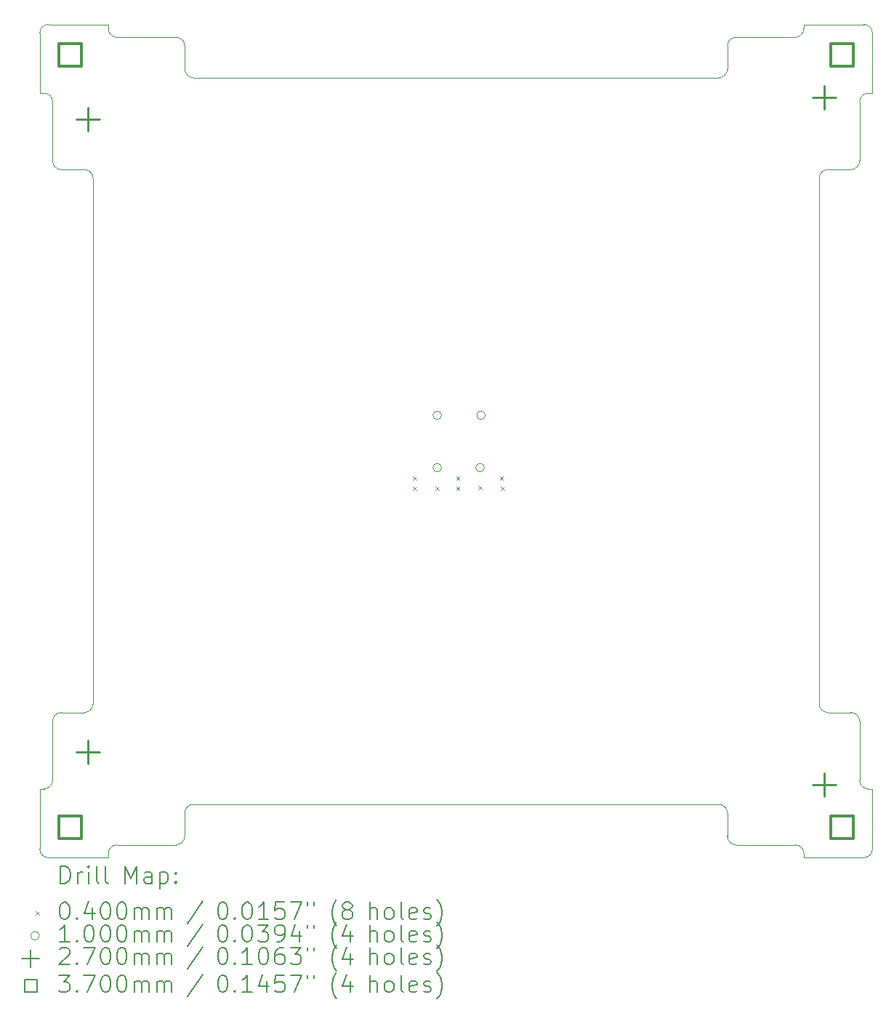
<source format=gbr>
%TF.GenerationSoftware,KiCad,Pcbnew,(7.0.0-0)*%
%TF.CreationDate,2023-03-19T01:13:19-04:00*%
%TF.ProjectId,bottom-adapter,626f7474-6f6d-42d6-9164-61707465722e,3*%
%TF.SameCoordinates,Original*%
%TF.FileFunction,Drillmap*%
%TF.FilePolarity,Positive*%
%FSLAX45Y45*%
G04 Gerber Fmt 4.5, Leading zero omitted, Abs format (unit mm)*
G04 Created by KiCad (PCBNEW (7.0.0-0)) date 2023-03-19 01:13:19*
%MOMM*%
%LPD*%
G01*
G04 APERTURE LIST*
%ADD10C,0.100000*%
%ADD11C,0.200000*%
%ADD12C,0.040000*%
%ADD13C,0.270000*%
%ADD14C,0.370000*%
G04 APERTURE END LIST*
D10*
X7520000Y-13010000D02*
G75*
G03*
X7620000Y-12910000I0J100000D01*
G01*
X7250000Y-13010000D02*
G75*
G03*
X7150000Y-13110000I0J-100000D01*
G01*
X16180000Y-6690000D02*
G75*
G03*
X16080000Y-6790000I0J-100000D01*
G01*
X16700000Y-5800000D02*
X16700000Y-5100000D01*
X16700000Y-5800000D02*
X16650000Y-5800000D01*
X8690000Y-5520000D02*
G75*
G03*
X8790000Y-5620000I100000J0D01*
G01*
X15900000Y-5000000D02*
X16600000Y-5000000D01*
X16550000Y-13800000D02*
G75*
G03*
X16650000Y-13900000I100000J0D01*
G01*
X7000000Y-14600000D02*
G75*
G03*
X7100000Y-14700000I100000J0D01*
G01*
X14910000Y-14080000D02*
X8790000Y-14080000D01*
X16600000Y-14700000D02*
G75*
G03*
X16700000Y-14600000I0J100000D01*
G01*
X7900000Y-14550000D02*
G75*
G03*
X7800000Y-14650000I0J-100000D01*
G01*
X15900000Y-14650000D02*
G75*
G03*
X15800000Y-14550000I-100000J0D01*
G01*
X7000000Y-13900000D02*
X7000000Y-14600000D01*
X16550000Y-13110000D02*
G75*
G03*
X16450000Y-13010000I-100000J0D01*
G01*
X7050000Y-5800000D02*
X7000000Y-5800000D01*
X15010000Y-14180000D02*
X15010000Y-14450000D01*
X8790000Y-5620000D02*
X14910000Y-5620000D01*
X7150000Y-6590000D02*
G75*
G03*
X7250000Y-6690000I100000J0D01*
G01*
X7800000Y-14700000D02*
X7100000Y-14700000D01*
X16600000Y-14700000D02*
X15900000Y-14700000D01*
X16650000Y-13900000D02*
X16700000Y-13900000D01*
X15800000Y-5150000D02*
G75*
G03*
X15900000Y-5050000I0J100000D01*
G01*
X16080000Y-6790000D02*
X16080000Y-12910000D01*
X8590000Y-14550000D02*
X7900000Y-14550000D01*
X7520000Y-13010000D02*
X7250000Y-13010000D01*
X16550000Y-5900000D02*
X16550000Y-6590000D01*
X15010000Y-5520000D02*
X15010000Y-5250000D01*
X14910000Y-5620000D02*
G75*
G03*
X15010000Y-5520000I0J100000D01*
G01*
X8690000Y-14180000D02*
X8690000Y-14450000D01*
X15800000Y-14550000D02*
X15110000Y-14550000D01*
X8790000Y-14080000D02*
G75*
G03*
X8690000Y-14180000I0J-100000D01*
G01*
X7520000Y-6690000D02*
X7250000Y-6690000D01*
X7800000Y-5050000D02*
G75*
G03*
X7900000Y-5150000I100000J0D01*
G01*
X16180000Y-13010000D02*
X16450000Y-13010000D01*
X16700000Y-5100000D02*
G75*
G03*
X16600000Y-5000000I-100000J0D01*
G01*
X7900000Y-5150000D02*
X8590000Y-5150000D01*
X7150000Y-13110000D02*
X7150000Y-13800000D01*
X16180000Y-6690000D02*
X16450000Y-6690000D01*
X15900000Y-5000000D02*
X15900000Y-5050000D01*
X8590000Y-14550000D02*
G75*
G03*
X8690000Y-14450000I0J100000D01*
G01*
X7800000Y-5050000D02*
X7800000Y-5000000D01*
X7000000Y-13900000D02*
X7050000Y-13900000D01*
X7150000Y-5900000D02*
G75*
G03*
X7050000Y-5800000I-100000J0D01*
G01*
X16080000Y-12910000D02*
G75*
G03*
X16180000Y-13010000I100000J0D01*
G01*
X16650000Y-5800000D02*
G75*
G03*
X16550000Y-5900000I0J-100000D01*
G01*
X7620000Y-12910000D02*
X7620000Y-6790000D01*
X8690000Y-5520000D02*
X8690000Y-5250000D01*
X7000000Y-5100000D02*
X7000000Y-5800000D01*
X15800000Y-5150000D02*
X15110000Y-5150000D01*
X7150000Y-5900000D02*
X7150000Y-6590000D01*
X8690000Y-5250000D02*
G75*
G03*
X8590000Y-5150000I-100000J0D01*
G01*
X16450000Y-6690000D02*
G75*
G03*
X16550000Y-6590000I0J100000D01*
G01*
X15010000Y-14180000D02*
G75*
G03*
X14910000Y-14080000I-100000J0D01*
G01*
X15900000Y-14650000D02*
X15900000Y-14700000D01*
X7050000Y-13900000D02*
G75*
G03*
X7150000Y-13800000I0J100000D01*
G01*
X15010000Y-14450000D02*
G75*
G03*
X15110000Y-14550000I100000J0D01*
G01*
X15110000Y-5150000D02*
G75*
G03*
X15010000Y-5250000I0J-100000D01*
G01*
X16550000Y-13110000D02*
X16550000Y-13800000D01*
X7100000Y-5000000D02*
G75*
G03*
X7000000Y-5100000I0J-100000D01*
G01*
X7800000Y-5000000D02*
X7100000Y-5000000D01*
X16700000Y-13900000D02*
X16700000Y-14600000D01*
X7620000Y-6790000D02*
G75*
G03*
X7520000Y-6690000I-100000J0D01*
G01*
X7800000Y-14700000D02*
X7800000Y-14650000D01*
D11*
D12*
X11350000Y-10260000D02*
X11390000Y-10300000D01*
X11390000Y-10260000D02*
X11350000Y-10300000D01*
X11350000Y-10380000D02*
X11390000Y-10420000D01*
X11390000Y-10380000D02*
X11350000Y-10420000D01*
X11610000Y-10380000D02*
X11650000Y-10420000D01*
X11650000Y-10380000D02*
X11610000Y-10420000D01*
X11850000Y-10260000D02*
X11890000Y-10300000D01*
X11890000Y-10260000D02*
X11850000Y-10300000D01*
X11850000Y-10380000D02*
X11890000Y-10420000D01*
X11890000Y-10380000D02*
X11850000Y-10420000D01*
X12110000Y-10370000D02*
X12150000Y-10410000D01*
X12150000Y-10370000D02*
X12110000Y-10410000D01*
X12360000Y-10260000D02*
X12400000Y-10300000D01*
X12400000Y-10260000D02*
X12360000Y-10300000D01*
X12370000Y-10380000D02*
X12410000Y-10420000D01*
X12410000Y-10380000D02*
X12370000Y-10420000D01*
D10*
X11680000Y-9550000D02*
G75*
G03*
X11680000Y-9550000I-50000J0D01*
G01*
X11680000Y-10160000D02*
G75*
G03*
X11680000Y-10160000I-50000J0D01*
G01*
X12180000Y-10160000D02*
G75*
G03*
X12180000Y-10160000I-50000J0D01*
G01*
X12190000Y-9550000D02*
G75*
G03*
X12190000Y-9550000I-50000J0D01*
G01*
D13*
X7563900Y-5968500D02*
X7563900Y-6238500D01*
X7428900Y-6103500D02*
X7698900Y-6103500D01*
X7563900Y-13334500D02*
X7563900Y-13604500D01*
X7428900Y-13469500D02*
X7698900Y-13469500D01*
X16136400Y-5714500D02*
X16136400Y-5984500D01*
X16001400Y-5849500D02*
X16271400Y-5849500D01*
X16136400Y-13715500D02*
X16136400Y-13985500D01*
X16001400Y-13850500D02*
X16271400Y-13850500D01*
D14*
X7485816Y-5485816D02*
X7485816Y-5224184D01*
X7224184Y-5224184D01*
X7224184Y-5485816D01*
X7485816Y-5485816D01*
X7485816Y-14475816D02*
X7485816Y-14214184D01*
X7224184Y-14214184D01*
X7224184Y-14475816D01*
X7485816Y-14475816D01*
X16475816Y-5485816D02*
X16475816Y-5224184D01*
X16214184Y-5224184D01*
X16214184Y-5485816D01*
X16475816Y-5485816D01*
X16475816Y-14475816D02*
X16475816Y-14214184D01*
X16214184Y-14214184D01*
X16214184Y-14475816D01*
X16475816Y-14475816D01*
D11*
X7242619Y-14998476D02*
X7242619Y-14798476D01*
X7242619Y-14798476D02*
X7290238Y-14798476D01*
X7290238Y-14798476D02*
X7318809Y-14808000D01*
X7318809Y-14808000D02*
X7337857Y-14827048D01*
X7337857Y-14827048D02*
X7347381Y-14846095D01*
X7347381Y-14846095D02*
X7356905Y-14884190D01*
X7356905Y-14884190D02*
X7356905Y-14912762D01*
X7356905Y-14912762D02*
X7347381Y-14950857D01*
X7347381Y-14950857D02*
X7337857Y-14969905D01*
X7337857Y-14969905D02*
X7318809Y-14988952D01*
X7318809Y-14988952D02*
X7290238Y-14998476D01*
X7290238Y-14998476D02*
X7242619Y-14998476D01*
X7442619Y-14998476D02*
X7442619Y-14865143D01*
X7442619Y-14903238D02*
X7452143Y-14884190D01*
X7452143Y-14884190D02*
X7461667Y-14874667D01*
X7461667Y-14874667D02*
X7480714Y-14865143D01*
X7480714Y-14865143D02*
X7499762Y-14865143D01*
X7566428Y-14998476D02*
X7566428Y-14865143D01*
X7566428Y-14798476D02*
X7556905Y-14808000D01*
X7556905Y-14808000D02*
X7566428Y-14817524D01*
X7566428Y-14817524D02*
X7575952Y-14808000D01*
X7575952Y-14808000D02*
X7566428Y-14798476D01*
X7566428Y-14798476D02*
X7566428Y-14817524D01*
X7690238Y-14998476D02*
X7671190Y-14988952D01*
X7671190Y-14988952D02*
X7661667Y-14969905D01*
X7661667Y-14969905D02*
X7661667Y-14798476D01*
X7795000Y-14998476D02*
X7775952Y-14988952D01*
X7775952Y-14988952D02*
X7766428Y-14969905D01*
X7766428Y-14969905D02*
X7766428Y-14798476D01*
X7991190Y-14998476D02*
X7991190Y-14798476D01*
X7991190Y-14798476D02*
X8057857Y-14941333D01*
X8057857Y-14941333D02*
X8124524Y-14798476D01*
X8124524Y-14798476D02*
X8124524Y-14998476D01*
X8305476Y-14998476D02*
X8305476Y-14893714D01*
X8305476Y-14893714D02*
X8295952Y-14874667D01*
X8295952Y-14874667D02*
X8276905Y-14865143D01*
X8276905Y-14865143D02*
X8238809Y-14865143D01*
X8238809Y-14865143D02*
X8219762Y-14874667D01*
X8305476Y-14988952D02*
X8286428Y-14998476D01*
X8286428Y-14998476D02*
X8238809Y-14998476D01*
X8238809Y-14998476D02*
X8219762Y-14988952D01*
X8219762Y-14988952D02*
X8210238Y-14969905D01*
X8210238Y-14969905D02*
X8210238Y-14950857D01*
X8210238Y-14950857D02*
X8219762Y-14931809D01*
X8219762Y-14931809D02*
X8238809Y-14922286D01*
X8238809Y-14922286D02*
X8286428Y-14922286D01*
X8286428Y-14922286D02*
X8305476Y-14912762D01*
X8400714Y-14865143D02*
X8400714Y-15065143D01*
X8400714Y-14874667D02*
X8419762Y-14865143D01*
X8419762Y-14865143D02*
X8457857Y-14865143D01*
X8457857Y-14865143D02*
X8476905Y-14874667D01*
X8476905Y-14874667D02*
X8486429Y-14884190D01*
X8486429Y-14884190D02*
X8495952Y-14903238D01*
X8495952Y-14903238D02*
X8495952Y-14960381D01*
X8495952Y-14960381D02*
X8486429Y-14979428D01*
X8486429Y-14979428D02*
X8476905Y-14988952D01*
X8476905Y-14988952D02*
X8457857Y-14998476D01*
X8457857Y-14998476D02*
X8419762Y-14998476D01*
X8419762Y-14998476D02*
X8400714Y-14988952D01*
X8581667Y-14979428D02*
X8591190Y-14988952D01*
X8591190Y-14988952D02*
X8581667Y-14998476D01*
X8581667Y-14998476D02*
X8572143Y-14988952D01*
X8572143Y-14988952D02*
X8581667Y-14979428D01*
X8581667Y-14979428D02*
X8581667Y-14998476D01*
X8581667Y-14874667D02*
X8591190Y-14884190D01*
X8591190Y-14884190D02*
X8581667Y-14893714D01*
X8581667Y-14893714D02*
X8572143Y-14884190D01*
X8572143Y-14884190D02*
X8581667Y-14874667D01*
X8581667Y-14874667D02*
X8581667Y-14893714D01*
D12*
X6955000Y-15325000D02*
X6995000Y-15365000D01*
X6995000Y-15325000D02*
X6955000Y-15365000D01*
D11*
X7280714Y-15218476D02*
X7299762Y-15218476D01*
X7299762Y-15218476D02*
X7318809Y-15228000D01*
X7318809Y-15228000D02*
X7328333Y-15237524D01*
X7328333Y-15237524D02*
X7337857Y-15256571D01*
X7337857Y-15256571D02*
X7347381Y-15294667D01*
X7347381Y-15294667D02*
X7347381Y-15342286D01*
X7347381Y-15342286D02*
X7337857Y-15380381D01*
X7337857Y-15380381D02*
X7328333Y-15399428D01*
X7328333Y-15399428D02*
X7318809Y-15408952D01*
X7318809Y-15408952D02*
X7299762Y-15418476D01*
X7299762Y-15418476D02*
X7280714Y-15418476D01*
X7280714Y-15418476D02*
X7261667Y-15408952D01*
X7261667Y-15408952D02*
X7252143Y-15399428D01*
X7252143Y-15399428D02*
X7242619Y-15380381D01*
X7242619Y-15380381D02*
X7233095Y-15342286D01*
X7233095Y-15342286D02*
X7233095Y-15294667D01*
X7233095Y-15294667D02*
X7242619Y-15256571D01*
X7242619Y-15256571D02*
X7252143Y-15237524D01*
X7252143Y-15237524D02*
X7261667Y-15228000D01*
X7261667Y-15228000D02*
X7280714Y-15218476D01*
X7433095Y-15399428D02*
X7442619Y-15408952D01*
X7442619Y-15408952D02*
X7433095Y-15418476D01*
X7433095Y-15418476D02*
X7423571Y-15408952D01*
X7423571Y-15408952D02*
X7433095Y-15399428D01*
X7433095Y-15399428D02*
X7433095Y-15418476D01*
X7614048Y-15285143D02*
X7614048Y-15418476D01*
X7566428Y-15208952D02*
X7518809Y-15351809D01*
X7518809Y-15351809D02*
X7642619Y-15351809D01*
X7756905Y-15218476D02*
X7775952Y-15218476D01*
X7775952Y-15218476D02*
X7795000Y-15228000D01*
X7795000Y-15228000D02*
X7804524Y-15237524D01*
X7804524Y-15237524D02*
X7814048Y-15256571D01*
X7814048Y-15256571D02*
X7823571Y-15294667D01*
X7823571Y-15294667D02*
X7823571Y-15342286D01*
X7823571Y-15342286D02*
X7814048Y-15380381D01*
X7814048Y-15380381D02*
X7804524Y-15399428D01*
X7804524Y-15399428D02*
X7795000Y-15408952D01*
X7795000Y-15408952D02*
X7775952Y-15418476D01*
X7775952Y-15418476D02*
X7756905Y-15418476D01*
X7756905Y-15418476D02*
X7737857Y-15408952D01*
X7737857Y-15408952D02*
X7728333Y-15399428D01*
X7728333Y-15399428D02*
X7718809Y-15380381D01*
X7718809Y-15380381D02*
X7709286Y-15342286D01*
X7709286Y-15342286D02*
X7709286Y-15294667D01*
X7709286Y-15294667D02*
X7718809Y-15256571D01*
X7718809Y-15256571D02*
X7728333Y-15237524D01*
X7728333Y-15237524D02*
X7737857Y-15228000D01*
X7737857Y-15228000D02*
X7756905Y-15218476D01*
X7947381Y-15218476D02*
X7966429Y-15218476D01*
X7966429Y-15218476D02*
X7985476Y-15228000D01*
X7985476Y-15228000D02*
X7995000Y-15237524D01*
X7995000Y-15237524D02*
X8004524Y-15256571D01*
X8004524Y-15256571D02*
X8014048Y-15294667D01*
X8014048Y-15294667D02*
X8014048Y-15342286D01*
X8014048Y-15342286D02*
X8004524Y-15380381D01*
X8004524Y-15380381D02*
X7995000Y-15399428D01*
X7995000Y-15399428D02*
X7985476Y-15408952D01*
X7985476Y-15408952D02*
X7966429Y-15418476D01*
X7966429Y-15418476D02*
X7947381Y-15418476D01*
X7947381Y-15418476D02*
X7928333Y-15408952D01*
X7928333Y-15408952D02*
X7918809Y-15399428D01*
X7918809Y-15399428D02*
X7909286Y-15380381D01*
X7909286Y-15380381D02*
X7899762Y-15342286D01*
X7899762Y-15342286D02*
X7899762Y-15294667D01*
X7899762Y-15294667D02*
X7909286Y-15256571D01*
X7909286Y-15256571D02*
X7918809Y-15237524D01*
X7918809Y-15237524D02*
X7928333Y-15228000D01*
X7928333Y-15228000D02*
X7947381Y-15218476D01*
X8099762Y-15418476D02*
X8099762Y-15285143D01*
X8099762Y-15304190D02*
X8109286Y-15294667D01*
X8109286Y-15294667D02*
X8128333Y-15285143D01*
X8128333Y-15285143D02*
X8156905Y-15285143D01*
X8156905Y-15285143D02*
X8175952Y-15294667D01*
X8175952Y-15294667D02*
X8185476Y-15313714D01*
X8185476Y-15313714D02*
X8185476Y-15418476D01*
X8185476Y-15313714D02*
X8195000Y-15294667D01*
X8195000Y-15294667D02*
X8214048Y-15285143D01*
X8214048Y-15285143D02*
X8242619Y-15285143D01*
X8242619Y-15285143D02*
X8261667Y-15294667D01*
X8261667Y-15294667D02*
X8271190Y-15313714D01*
X8271190Y-15313714D02*
X8271190Y-15418476D01*
X8366429Y-15418476D02*
X8366429Y-15285143D01*
X8366429Y-15304190D02*
X8375952Y-15294667D01*
X8375952Y-15294667D02*
X8395000Y-15285143D01*
X8395000Y-15285143D02*
X8423572Y-15285143D01*
X8423572Y-15285143D02*
X8442619Y-15294667D01*
X8442619Y-15294667D02*
X8452143Y-15313714D01*
X8452143Y-15313714D02*
X8452143Y-15418476D01*
X8452143Y-15313714D02*
X8461667Y-15294667D01*
X8461667Y-15294667D02*
X8480714Y-15285143D01*
X8480714Y-15285143D02*
X8509286Y-15285143D01*
X8509286Y-15285143D02*
X8528333Y-15294667D01*
X8528333Y-15294667D02*
X8537857Y-15313714D01*
X8537857Y-15313714D02*
X8537857Y-15418476D01*
X8895952Y-15208952D02*
X8724524Y-15466095D01*
X9120714Y-15218476D02*
X9139762Y-15218476D01*
X9139762Y-15218476D02*
X9158810Y-15228000D01*
X9158810Y-15228000D02*
X9168333Y-15237524D01*
X9168333Y-15237524D02*
X9177857Y-15256571D01*
X9177857Y-15256571D02*
X9187381Y-15294667D01*
X9187381Y-15294667D02*
X9187381Y-15342286D01*
X9187381Y-15342286D02*
X9177857Y-15380381D01*
X9177857Y-15380381D02*
X9168333Y-15399428D01*
X9168333Y-15399428D02*
X9158810Y-15408952D01*
X9158810Y-15408952D02*
X9139762Y-15418476D01*
X9139762Y-15418476D02*
X9120714Y-15418476D01*
X9120714Y-15418476D02*
X9101667Y-15408952D01*
X9101667Y-15408952D02*
X9092143Y-15399428D01*
X9092143Y-15399428D02*
X9082619Y-15380381D01*
X9082619Y-15380381D02*
X9073095Y-15342286D01*
X9073095Y-15342286D02*
X9073095Y-15294667D01*
X9073095Y-15294667D02*
X9082619Y-15256571D01*
X9082619Y-15256571D02*
X9092143Y-15237524D01*
X9092143Y-15237524D02*
X9101667Y-15228000D01*
X9101667Y-15228000D02*
X9120714Y-15218476D01*
X9273095Y-15399428D02*
X9282619Y-15408952D01*
X9282619Y-15408952D02*
X9273095Y-15418476D01*
X9273095Y-15418476D02*
X9263572Y-15408952D01*
X9263572Y-15408952D02*
X9273095Y-15399428D01*
X9273095Y-15399428D02*
X9273095Y-15418476D01*
X9406429Y-15218476D02*
X9425476Y-15218476D01*
X9425476Y-15218476D02*
X9444524Y-15228000D01*
X9444524Y-15228000D02*
X9454048Y-15237524D01*
X9454048Y-15237524D02*
X9463572Y-15256571D01*
X9463572Y-15256571D02*
X9473095Y-15294667D01*
X9473095Y-15294667D02*
X9473095Y-15342286D01*
X9473095Y-15342286D02*
X9463572Y-15380381D01*
X9463572Y-15380381D02*
X9454048Y-15399428D01*
X9454048Y-15399428D02*
X9444524Y-15408952D01*
X9444524Y-15408952D02*
X9425476Y-15418476D01*
X9425476Y-15418476D02*
X9406429Y-15418476D01*
X9406429Y-15418476D02*
X9387381Y-15408952D01*
X9387381Y-15408952D02*
X9377857Y-15399428D01*
X9377857Y-15399428D02*
X9368333Y-15380381D01*
X9368333Y-15380381D02*
X9358810Y-15342286D01*
X9358810Y-15342286D02*
X9358810Y-15294667D01*
X9358810Y-15294667D02*
X9368333Y-15256571D01*
X9368333Y-15256571D02*
X9377857Y-15237524D01*
X9377857Y-15237524D02*
X9387381Y-15228000D01*
X9387381Y-15228000D02*
X9406429Y-15218476D01*
X9663572Y-15418476D02*
X9549286Y-15418476D01*
X9606429Y-15418476D02*
X9606429Y-15218476D01*
X9606429Y-15218476D02*
X9587381Y-15247048D01*
X9587381Y-15247048D02*
X9568333Y-15266095D01*
X9568333Y-15266095D02*
X9549286Y-15275619D01*
X9844524Y-15218476D02*
X9749286Y-15218476D01*
X9749286Y-15218476D02*
X9739762Y-15313714D01*
X9739762Y-15313714D02*
X9749286Y-15304190D01*
X9749286Y-15304190D02*
X9768333Y-15294667D01*
X9768333Y-15294667D02*
X9815953Y-15294667D01*
X9815953Y-15294667D02*
X9835000Y-15304190D01*
X9835000Y-15304190D02*
X9844524Y-15313714D01*
X9844524Y-15313714D02*
X9854048Y-15332762D01*
X9854048Y-15332762D02*
X9854048Y-15380381D01*
X9854048Y-15380381D02*
X9844524Y-15399428D01*
X9844524Y-15399428D02*
X9835000Y-15408952D01*
X9835000Y-15408952D02*
X9815953Y-15418476D01*
X9815953Y-15418476D02*
X9768333Y-15418476D01*
X9768333Y-15418476D02*
X9749286Y-15408952D01*
X9749286Y-15408952D02*
X9739762Y-15399428D01*
X9920714Y-15218476D02*
X10054048Y-15218476D01*
X10054048Y-15218476D02*
X9968333Y-15418476D01*
X10120714Y-15218476D02*
X10120714Y-15256571D01*
X10196905Y-15218476D02*
X10196905Y-15256571D01*
X10459762Y-15494667D02*
X10450238Y-15485143D01*
X10450238Y-15485143D02*
X10431191Y-15456571D01*
X10431191Y-15456571D02*
X10421667Y-15437524D01*
X10421667Y-15437524D02*
X10412143Y-15408952D01*
X10412143Y-15408952D02*
X10402619Y-15361333D01*
X10402619Y-15361333D02*
X10402619Y-15323238D01*
X10402619Y-15323238D02*
X10412143Y-15275619D01*
X10412143Y-15275619D02*
X10421667Y-15247048D01*
X10421667Y-15247048D02*
X10431191Y-15228000D01*
X10431191Y-15228000D02*
X10450238Y-15199428D01*
X10450238Y-15199428D02*
X10459762Y-15189905D01*
X10564524Y-15304190D02*
X10545476Y-15294667D01*
X10545476Y-15294667D02*
X10535953Y-15285143D01*
X10535953Y-15285143D02*
X10526429Y-15266095D01*
X10526429Y-15266095D02*
X10526429Y-15256571D01*
X10526429Y-15256571D02*
X10535953Y-15237524D01*
X10535953Y-15237524D02*
X10545476Y-15228000D01*
X10545476Y-15228000D02*
X10564524Y-15218476D01*
X10564524Y-15218476D02*
X10602619Y-15218476D01*
X10602619Y-15218476D02*
X10621667Y-15228000D01*
X10621667Y-15228000D02*
X10631191Y-15237524D01*
X10631191Y-15237524D02*
X10640714Y-15256571D01*
X10640714Y-15256571D02*
X10640714Y-15266095D01*
X10640714Y-15266095D02*
X10631191Y-15285143D01*
X10631191Y-15285143D02*
X10621667Y-15294667D01*
X10621667Y-15294667D02*
X10602619Y-15304190D01*
X10602619Y-15304190D02*
X10564524Y-15304190D01*
X10564524Y-15304190D02*
X10545476Y-15313714D01*
X10545476Y-15313714D02*
X10535953Y-15323238D01*
X10535953Y-15323238D02*
X10526429Y-15342286D01*
X10526429Y-15342286D02*
X10526429Y-15380381D01*
X10526429Y-15380381D02*
X10535953Y-15399428D01*
X10535953Y-15399428D02*
X10545476Y-15408952D01*
X10545476Y-15408952D02*
X10564524Y-15418476D01*
X10564524Y-15418476D02*
X10602619Y-15418476D01*
X10602619Y-15418476D02*
X10621667Y-15408952D01*
X10621667Y-15408952D02*
X10631191Y-15399428D01*
X10631191Y-15399428D02*
X10640714Y-15380381D01*
X10640714Y-15380381D02*
X10640714Y-15342286D01*
X10640714Y-15342286D02*
X10631191Y-15323238D01*
X10631191Y-15323238D02*
X10621667Y-15313714D01*
X10621667Y-15313714D02*
X10602619Y-15304190D01*
X10846429Y-15418476D02*
X10846429Y-15218476D01*
X10932143Y-15418476D02*
X10932143Y-15313714D01*
X10932143Y-15313714D02*
X10922619Y-15294667D01*
X10922619Y-15294667D02*
X10903572Y-15285143D01*
X10903572Y-15285143D02*
X10875000Y-15285143D01*
X10875000Y-15285143D02*
X10855953Y-15294667D01*
X10855953Y-15294667D02*
X10846429Y-15304190D01*
X11055953Y-15418476D02*
X11036905Y-15408952D01*
X11036905Y-15408952D02*
X11027381Y-15399428D01*
X11027381Y-15399428D02*
X11017857Y-15380381D01*
X11017857Y-15380381D02*
X11017857Y-15323238D01*
X11017857Y-15323238D02*
X11027381Y-15304190D01*
X11027381Y-15304190D02*
X11036905Y-15294667D01*
X11036905Y-15294667D02*
X11055953Y-15285143D01*
X11055953Y-15285143D02*
X11084524Y-15285143D01*
X11084524Y-15285143D02*
X11103572Y-15294667D01*
X11103572Y-15294667D02*
X11113095Y-15304190D01*
X11113095Y-15304190D02*
X11122619Y-15323238D01*
X11122619Y-15323238D02*
X11122619Y-15380381D01*
X11122619Y-15380381D02*
X11113095Y-15399428D01*
X11113095Y-15399428D02*
X11103572Y-15408952D01*
X11103572Y-15408952D02*
X11084524Y-15418476D01*
X11084524Y-15418476D02*
X11055953Y-15418476D01*
X11236905Y-15418476D02*
X11217857Y-15408952D01*
X11217857Y-15408952D02*
X11208333Y-15389905D01*
X11208333Y-15389905D02*
X11208333Y-15218476D01*
X11389286Y-15408952D02*
X11370238Y-15418476D01*
X11370238Y-15418476D02*
X11332143Y-15418476D01*
X11332143Y-15418476D02*
X11313095Y-15408952D01*
X11313095Y-15408952D02*
X11303572Y-15389905D01*
X11303572Y-15389905D02*
X11303572Y-15313714D01*
X11303572Y-15313714D02*
X11313095Y-15294667D01*
X11313095Y-15294667D02*
X11332143Y-15285143D01*
X11332143Y-15285143D02*
X11370238Y-15285143D01*
X11370238Y-15285143D02*
X11389286Y-15294667D01*
X11389286Y-15294667D02*
X11398810Y-15313714D01*
X11398810Y-15313714D02*
X11398810Y-15332762D01*
X11398810Y-15332762D02*
X11303572Y-15351809D01*
X11475000Y-15408952D02*
X11494048Y-15418476D01*
X11494048Y-15418476D02*
X11532143Y-15418476D01*
X11532143Y-15418476D02*
X11551191Y-15408952D01*
X11551191Y-15408952D02*
X11560714Y-15389905D01*
X11560714Y-15389905D02*
X11560714Y-15380381D01*
X11560714Y-15380381D02*
X11551191Y-15361333D01*
X11551191Y-15361333D02*
X11532143Y-15351809D01*
X11532143Y-15351809D02*
X11503572Y-15351809D01*
X11503572Y-15351809D02*
X11484524Y-15342286D01*
X11484524Y-15342286D02*
X11475000Y-15323238D01*
X11475000Y-15323238D02*
X11475000Y-15313714D01*
X11475000Y-15313714D02*
X11484524Y-15294667D01*
X11484524Y-15294667D02*
X11503572Y-15285143D01*
X11503572Y-15285143D02*
X11532143Y-15285143D01*
X11532143Y-15285143D02*
X11551191Y-15294667D01*
X11627381Y-15494667D02*
X11636905Y-15485143D01*
X11636905Y-15485143D02*
X11655953Y-15456571D01*
X11655953Y-15456571D02*
X11665476Y-15437524D01*
X11665476Y-15437524D02*
X11675000Y-15408952D01*
X11675000Y-15408952D02*
X11684524Y-15361333D01*
X11684524Y-15361333D02*
X11684524Y-15323238D01*
X11684524Y-15323238D02*
X11675000Y-15275619D01*
X11675000Y-15275619D02*
X11665476Y-15247048D01*
X11665476Y-15247048D02*
X11655953Y-15228000D01*
X11655953Y-15228000D02*
X11636905Y-15199428D01*
X11636905Y-15199428D02*
X11627381Y-15189905D01*
D10*
X6995000Y-15609000D02*
G75*
G03*
X6995000Y-15609000I-50000J0D01*
G01*
D11*
X7347381Y-15682476D02*
X7233095Y-15682476D01*
X7290238Y-15682476D02*
X7290238Y-15482476D01*
X7290238Y-15482476D02*
X7271190Y-15511048D01*
X7271190Y-15511048D02*
X7252143Y-15530095D01*
X7252143Y-15530095D02*
X7233095Y-15539619D01*
X7433095Y-15663428D02*
X7442619Y-15672952D01*
X7442619Y-15672952D02*
X7433095Y-15682476D01*
X7433095Y-15682476D02*
X7423571Y-15672952D01*
X7423571Y-15672952D02*
X7433095Y-15663428D01*
X7433095Y-15663428D02*
X7433095Y-15682476D01*
X7566428Y-15482476D02*
X7585476Y-15482476D01*
X7585476Y-15482476D02*
X7604524Y-15492000D01*
X7604524Y-15492000D02*
X7614048Y-15501524D01*
X7614048Y-15501524D02*
X7623571Y-15520571D01*
X7623571Y-15520571D02*
X7633095Y-15558667D01*
X7633095Y-15558667D02*
X7633095Y-15606286D01*
X7633095Y-15606286D02*
X7623571Y-15644381D01*
X7623571Y-15644381D02*
X7614048Y-15663428D01*
X7614048Y-15663428D02*
X7604524Y-15672952D01*
X7604524Y-15672952D02*
X7585476Y-15682476D01*
X7585476Y-15682476D02*
X7566428Y-15682476D01*
X7566428Y-15682476D02*
X7547381Y-15672952D01*
X7547381Y-15672952D02*
X7537857Y-15663428D01*
X7537857Y-15663428D02*
X7528333Y-15644381D01*
X7528333Y-15644381D02*
X7518809Y-15606286D01*
X7518809Y-15606286D02*
X7518809Y-15558667D01*
X7518809Y-15558667D02*
X7528333Y-15520571D01*
X7528333Y-15520571D02*
X7537857Y-15501524D01*
X7537857Y-15501524D02*
X7547381Y-15492000D01*
X7547381Y-15492000D02*
X7566428Y-15482476D01*
X7756905Y-15482476D02*
X7775952Y-15482476D01*
X7775952Y-15482476D02*
X7795000Y-15492000D01*
X7795000Y-15492000D02*
X7804524Y-15501524D01*
X7804524Y-15501524D02*
X7814048Y-15520571D01*
X7814048Y-15520571D02*
X7823571Y-15558667D01*
X7823571Y-15558667D02*
X7823571Y-15606286D01*
X7823571Y-15606286D02*
X7814048Y-15644381D01*
X7814048Y-15644381D02*
X7804524Y-15663428D01*
X7804524Y-15663428D02*
X7795000Y-15672952D01*
X7795000Y-15672952D02*
X7775952Y-15682476D01*
X7775952Y-15682476D02*
X7756905Y-15682476D01*
X7756905Y-15682476D02*
X7737857Y-15672952D01*
X7737857Y-15672952D02*
X7728333Y-15663428D01*
X7728333Y-15663428D02*
X7718809Y-15644381D01*
X7718809Y-15644381D02*
X7709286Y-15606286D01*
X7709286Y-15606286D02*
X7709286Y-15558667D01*
X7709286Y-15558667D02*
X7718809Y-15520571D01*
X7718809Y-15520571D02*
X7728333Y-15501524D01*
X7728333Y-15501524D02*
X7737857Y-15492000D01*
X7737857Y-15492000D02*
X7756905Y-15482476D01*
X7947381Y-15482476D02*
X7966429Y-15482476D01*
X7966429Y-15482476D02*
X7985476Y-15492000D01*
X7985476Y-15492000D02*
X7995000Y-15501524D01*
X7995000Y-15501524D02*
X8004524Y-15520571D01*
X8004524Y-15520571D02*
X8014048Y-15558667D01*
X8014048Y-15558667D02*
X8014048Y-15606286D01*
X8014048Y-15606286D02*
X8004524Y-15644381D01*
X8004524Y-15644381D02*
X7995000Y-15663428D01*
X7995000Y-15663428D02*
X7985476Y-15672952D01*
X7985476Y-15672952D02*
X7966429Y-15682476D01*
X7966429Y-15682476D02*
X7947381Y-15682476D01*
X7947381Y-15682476D02*
X7928333Y-15672952D01*
X7928333Y-15672952D02*
X7918809Y-15663428D01*
X7918809Y-15663428D02*
X7909286Y-15644381D01*
X7909286Y-15644381D02*
X7899762Y-15606286D01*
X7899762Y-15606286D02*
X7899762Y-15558667D01*
X7899762Y-15558667D02*
X7909286Y-15520571D01*
X7909286Y-15520571D02*
X7918809Y-15501524D01*
X7918809Y-15501524D02*
X7928333Y-15492000D01*
X7928333Y-15492000D02*
X7947381Y-15482476D01*
X8099762Y-15682476D02*
X8099762Y-15549143D01*
X8099762Y-15568190D02*
X8109286Y-15558667D01*
X8109286Y-15558667D02*
X8128333Y-15549143D01*
X8128333Y-15549143D02*
X8156905Y-15549143D01*
X8156905Y-15549143D02*
X8175952Y-15558667D01*
X8175952Y-15558667D02*
X8185476Y-15577714D01*
X8185476Y-15577714D02*
X8185476Y-15682476D01*
X8185476Y-15577714D02*
X8195000Y-15558667D01*
X8195000Y-15558667D02*
X8214048Y-15549143D01*
X8214048Y-15549143D02*
X8242619Y-15549143D01*
X8242619Y-15549143D02*
X8261667Y-15558667D01*
X8261667Y-15558667D02*
X8271190Y-15577714D01*
X8271190Y-15577714D02*
X8271190Y-15682476D01*
X8366429Y-15682476D02*
X8366429Y-15549143D01*
X8366429Y-15568190D02*
X8375952Y-15558667D01*
X8375952Y-15558667D02*
X8395000Y-15549143D01*
X8395000Y-15549143D02*
X8423572Y-15549143D01*
X8423572Y-15549143D02*
X8442619Y-15558667D01*
X8442619Y-15558667D02*
X8452143Y-15577714D01*
X8452143Y-15577714D02*
X8452143Y-15682476D01*
X8452143Y-15577714D02*
X8461667Y-15558667D01*
X8461667Y-15558667D02*
X8480714Y-15549143D01*
X8480714Y-15549143D02*
X8509286Y-15549143D01*
X8509286Y-15549143D02*
X8528333Y-15558667D01*
X8528333Y-15558667D02*
X8537857Y-15577714D01*
X8537857Y-15577714D02*
X8537857Y-15682476D01*
X8895952Y-15472952D02*
X8724524Y-15730095D01*
X9120714Y-15482476D02*
X9139762Y-15482476D01*
X9139762Y-15482476D02*
X9158810Y-15492000D01*
X9158810Y-15492000D02*
X9168333Y-15501524D01*
X9168333Y-15501524D02*
X9177857Y-15520571D01*
X9177857Y-15520571D02*
X9187381Y-15558667D01*
X9187381Y-15558667D02*
X9187381Y-15606286D01*
X9187381Y-15606286D02*
X9177857Y-15644381D01*
X9177857Y-15644381D02*
X9168333Y-15663428D01*
X9168333Y-15663428D02*
X9158810Y-15672952D01*
X9158810Y-15672952D02*
X9139762Y-15682476D01*
X9139762Y-15682476D02*
X9120714Y-15682476D01*
X9120714Y-15682476D02*
X9101667Y-15672952D01*
X9101667Y-15672952D02*
X9092143Y-15663428D01*
X9092143Y-15663428D02*
X9082619Y-15644381D01*
X9082619Y-15644381D02*
X9073095Y-15606286D01*
X9073095Y-15606286D02*
X9073095Y-15558667D01*
X9073095Y-15558667D02*
X9082619Y-15520571D01*
X9082619Y-15520571D02*
X9092143Y-15501524D01*
X9092143Y-15501524D02*
X9101667Y-15492000D01*
X9101667Y-15492000D02*
X9120714Y-15482476D01*
X9273095Y-15663428D02*
X9282619Y-15672952D01*
X9282619Y-15672952D02*
X9273095Y-15682476D01*
X9273095Y-15682476D02*
X9263572Y-15672952D01*
X9263572Y-15672952D02*
X9273095Y-15663428D01*
X9273095Y-15663428D02*
X9273095Y-15682476D01*
X9406429Y-15482476D02*
X9425476Y-15482476D01*
X9425476Y-15482476D02*
X9444524Y-15492000D01*
X9444524Y-15492000D02*
X9454048Y-15501524D01*
X9454048Y-15501524D02*
X9463572Y-15520571D01*
X9463572Y-15520571D02*
X9473095Y-15558667D01*
X9473095Y-15558667D02*
X9473095Y-15606286D01*
X9473095Y-15606286D02*
X9463572Y-15644381D01*
X9463572Y-15644381D02*
X9454048Y-15663428D01*
X9454048Y-15663428D02*
X9444524Y-15672952D01*
X9444524Y-15672952D02*
X9425476Y-15682476D01*
X9425476Y-15682476D02*
X9406429Y-15682476D01*
X9406429Y-15682476D02*
X9387381Y-15672952D01*
X9387381Y-15672952D02*
X9377857Y-15663428D01*
X9377857Y-15663428D02*
X9368333Y-15644381D01*
X9368333Y-15644381D02*
X9358810Y-15606286D01*
X9358810Y-15606286D02*
X9358810Y-15558667D01*
X9358810Y-15558667D02*
X9368333Y-15520571D01*
X9368333Y-15520571D02*
X9377857Y-15501524D01*
X9377857Y-15501524D02*
X9387381Y-15492000D01*
X9387381Y-15492000D02*
X9406429Y-15482476D01*
X9539762Y-15482476D02*
X9663572Y-15482476D01*
X9663572Y-15482476D02*
X9596905Y-15558667D01*
X9596905Y-15558667D02*
X9625476Y-15558667D01*
X9625476Y-15558667D02*
X9644524Y-15568190D01*
X9644524Y-15568190D02*
X9654048Y-15577714D01*
X9654048Y-15577714D02*
X9663572Y-15596762D01*
X9663572Y-15596762D02*
X9663572Y-15644381D01*
X9663572Y-15644381D02*
X9654048Y-15663428D01*
X9654048Y-15663428D02*
X9644524Y-15672952D01*
X9644524Y-15672952D02*
X9625476Y-15682476D01*
X9625476Y-15682476D02*
X9568333Y-15682476D01*
X9568333Y-15682476D02*
X9549286Y-15672952D01*
X9549286Y-15672952D02*
X9539762Y-15663428D01*
X9758810Y-15682476D02*
X9796905Y-15682476D01*
X9796905Y-15682476D02*
X9815953Y-15672952D01*
X9815953Y-15672952D02*
X9825476Y-15663428D01*
X9825476Y-15663428D02*
X9844524Y-15634857D01*
X9844524Y-15634857D02*
X9854048Y-15596762D01*
X9854048Y-15596762D02*
X9854048Y-15520571D01*
X9854048Y-15520571D02*
X9844524Y-15501524D01*
X9844524Y-15501524D02*
X9835000Y-15492000D01*
X9835000Y-15492000D02*
X9815953Y-15482476D01*
X9815953Y-15482476D02*
X9777857Y-15482476D01*
X9777857Y-15482476D02*
X9758810Y-15492000D01*
X9758810Y-15492000D02*
X9749286Y-15501524D01*
X9749286Y-15501524D02*
X9739762Y-15520571D01*
X9739762Y-15520571D02*
X9739762Y-15568190D01*
X9739762Y-15568190D02*
X9749286Y-15587238D01*
X9749286Y-15587238D02*
X9758810Y-15596762D01*
X9758810Y-15596762D02*
X9777857Y-15606286D01*
X9777857Y-15606286D02*
X9815953Y-15606286D01*
X9815953Y-15606286D02*
X9835000Y-15596762D01*
X9835000Y-15596762D02*
X9844524Y-15587238D01*
X9844524Y-15587238D02*
X9854048Y-15568190D01*
X10025476Y-15549143D02*
X10025476Y-15682476D01*
X9977857Y-15472952D02*
X9930238Y-15615809D01*
X9930238Y-15615809D02*
X10054048Y-15615809D01*
X10120714Y-15482476D02*
X10120714Y-15520571D01*
X10196905Y-15482476D02*
X10196905Y-15520571D01*
X10459762Y-15758667D02*
X10450238Y-15749143D01*
X10450238Y-15749143D02*
X10431191Y-15720571D01*
X10431191Y-15720571D02*
X10421667Y-15701524D01*
X10421667Y-15701524D02*
X10412143Y-15672952D01*
X10412143Y-15672952D02*
X10402619Y-15625333D01*
X10402619Y-15625333D02*
X10402619Y-15587238D01*
X10402619Y-15587238D02*
X10412143Y-15539619D01*
X10412143Y-15539619D02*
X10421667Y-15511048D01*
X10421667Y-15511048D02*
X10431191Y-15492000D01*
X10431191Y-15492000D02*
X10450238Y-15463428D01*
X10450238Y-15463428D02*
X10459762Y-15453905D01*
X10621667Y-15549143D02*
X10621667Y-15682476D01*
X10574048Y-15472952D02*
X10526429Y-15615809D01*
X10526429Y-15615809D02*
X10650238Y-15615809D01*
X10846429Y-15682476D02*
X10846429Y-15482476D01*
X10932143Y-15682476D02*
X10932143Y-15577714D01*
X10932143Y-15577714D02*
X10922619Y-15558667D01*
X10922619Y-15558667D02*
X10903572Y-15549143D01*
X10903572Y-15549143D02*
X10875000Y-15549143D01*
X10875000Y-15549143D02*
X10855953Y-15558667D01*
X10855953Y-15558667D02*
X10846429Y-15568190D01*
X11055953Y-15682476D02*
X11036905Y-15672952D01*
X11036905Y-15672952D02*
X11027381Y-15663428D01*
X11027381Y-15663428D02*
X11017857Y-15644381D01*
X11017857Y-15644381D02*
X11017857Y-15587238D01*
X11017857Y-15587238D02*
X11027381Y-15568190D01*
X11027381Y-15568190D02*
X11036905Y-15558667D01*
X11036905Y-15558667D02*
X11055953Y-15549143D01*
X11055953Y-15549143D02*
X11084524Y-15549143D01*
X11084524Y-15549143D02*
X11103572Y-15558667D01*
X11103572Y-15558667D02*
X11113095Y-15568190D01*
X11113095Y-15568190D02*
X11122619Y-15587238D01*
X11122619Y-15587238D02*
X11122619Y-15644381D01*
X11122619Y-15644381D02*
X11113095Y-15663428D01*
X11113095Y-15663428D02*
X11103572Y-15672952D01*
X11103572Y-15672952D02*
X11084524Y-15682476D01*
X11084524Y-15682476D02*
X11055953Y-15682476D01*
X11236905Y-15682476D02*
X11217857Y-15672952D01*
X11217857Y-15672952D02*
X11208333Y-15653905D01*
X11208333Y-15653905D02*
X11208333Y-15482476D01*
X11389286Y-15672952D02*
X11370238Y-15682476D01*
X11370238Y-15682476D02*
X11332143Y-15682476D01*
X11332143Y-15682476D02*
X11313095Y-15672952D01*
X11313095Y-15672952D02*
X11303572Y-15653905D01*
X11303572Y-15653905D02*
X11303572Y-15577714D01*
X11303572Y-15577714D02*
X11313095Y-15558667D01*
X11313095Y-15558667D02*
X11332143Y-15549143D01*
X11332143Y-15549143D02*
X11370238Y-15549143D01*
X11370238Y-15549143D02*
X11389286Y-15558667D01*
X11389286Y-15558667D02*
X11398810Y-15577714D01*
X11398810Y-15577714D02*
X11398810Y-15596762D01*
X11398810Y-15596762D02*
X11303572Y-15615809D01*
X11475000Y-15672952D02*
X11494048Y-15682476D01*
X11494048Y-15682476D02*
X11532143Y-15682476D01*
X11532143Y-15682476D02*
X11551191Y-15672952D01*
X11551191Y-15672952D02*
X11560714Y-15653905D01*
X11560714Y-15653905D02*
X11560714Y-15644381D01*
X11560714Y-15644381D02*
X11551191Y-15625333D01*
X11551191Y-15625333D02*
X11532143Y-15615809D01*
X11532143Y-15615809D02*
X11503572Y-15615809D01*
X11503572Y-15615809D02*
X11484524Y-15606286D01*
X11484524Y-15606286D02*
X11475000Y-15587238D01*
X11475000Y-15587238D02*
X11475000Y-15577714D01*
X11475000Y-15577714D02*
X11484524Y-15558667D01*
X11484524Y-15558667D02*
X11503572Y-15549143D01*
X11503572Y-15549143D02*
X11532143Y-15549143D01*
X11532143Y-15549143D02*
X11551191Y-15558667D01*
X11627381Y-15758667D02*
X11636905Y-15749143D01*
X11636905Y-15749143D02*
X11655953Y-15720571D01*
X11655953Y-15720571D02*
X11665476Y-15701524D01*
X11665476Y-15701524D02*
X11675000Y-15672952D01*
X11675000Y-15672952D02*
X11684524Y-15625333D01*
X11684524Y-15625333D02*
X11684524Y-15587238D01*
X11684524Y-15587238D02*
X11675000Y-15539619D01*
X11675000Y-15539619D02*
X11665476Y-15511048D01*
X11665476Y-15511048D02*
X11655953Y-15492000D01*
X11655953Y-15492000D02*
X11636905Y-15463428D01*
X11636905Y-15463428D02*
X11627381Y-15453905D01*
X6895000Y-15773000D02*
X6895000Y-15973000D01*
X6795000Y-15873000D02*
X6995000Y-15873000D01*
X7233095Y-15765524D02*
X7242619Y-15756000D01*
X7242619Y-15756000D02*
X7261667Y-15746476D01*
X7261667Y-15746476D02*
X7309286Y-15746476D01*
X7309286Y-15746476D02*
X7328333Y-15756000D01*
X7328333Y-15756000D02*
X7337857Y-15765524D01*
X7337857Y-15765524D02*
X7347381Y-15784571D01*
X7347381Y-15784571D02*
X7347381Y-15803619D01*
X7347381Y-15803619D02*
X7337857Y-15832190D01*
X7337857Y-15832190D02*
X7223571Y-15946476D01*
X7223571Y-15946476D02*
X7347381Y-15946476D01*
X7433095Y-15927428D02*
X7442619Y-15936952D01*
X7442619Y-15936952D02*
X7433095Y-15946476D01*
X7433095Y-15946476D02*
X7423571Y-15936952D01*
X7423571Y-15936952D02*
X7433095Y-15927428D01*
X7433095Y-15927428D02*
X7433095Y-15946476D01*
X7509286Y-15746476D02*
X7642619Y-15746476D01*
X7642619Y-15746476D02*
X7556905Y-15946476D01*
X7756905Y-15746476D02*
X7775952Y-15746476D01*
X7775952Y-15746476D02*
X7795000Y-15756000D01*
X7795000Y-15756000D02*
X7804524Y-15765524D01*
X7804524Y-15765524D02*
X7814048Y-15784571D01*
X7814048Y-15784571D02*
X7823571Y-15822667D01*
X7823571Y-15822667D02*
X7823571Y-15870286D01*
X7823571Y-15870286D02*
X7814048Y-15908381D01*
X7814048Y-15908381D02*
X7804524Y-15927428D01*
X7804524Y-15927428D02*
X7795000Y-15936952D01*
X7795000Y-15936952D02*
X7775952Y-15946476D01*
X7775952Y-15946476D02*
X7756905Y-15946476D01*
X7756905Y-15946476D02*
X7737857Y-15936952D01*
X7737857Y-15936952D02*
X7728333Y-15927428D01*
X7728333Y-15927428D02*
X7718809Y-15908381D01*
X7718809Y-15908381D02*
X7709286Y-15870286D01*
X7709286Y-15870286D02*
X7709286Y-15822667D01*
X7709286Y-15822667D02*
X7718809Y-15784571D01*
X7718809Y-15784571D02*
X7728333Y-15765524D01*
X7728333Y-15765524D02*
X7737857Y-15756000D01*
X7737857Y-15756000D02*
X7756905Y-15746476D01*
X7947381Y-15746476D02*
X7966429Y-15746476D01*
X7966429Y-15746476D02*
X7985476Y-15756000D01*
X7985476Y-15756000D02*
X7995000Y-15765524D01*
X7995000Y-15765524D02*
X8004524Y-15784571D01*
X8004524Y-15784571D02*
X8014048Y-15822667D01*
X8014048Y-15822667D02*
X8014048Y-15870286D01*
X8014048Y-15870286D02*
X8004524Y-15908381D01*
X8004524Y-15908381D02*
X7995000Y-15927428D01*
X7995000Y-15927428D02*
X7985476Y-15936952D01*
X7985476Y-15936952D02*
X7966429Y-15946476D01*
X7966429Y-15946476D02*
X7947381Y-15946476D01*
X7947381Y-15946476D02*
X7928333Y-15936952D01*
X7928333Y-15936952D02*
X7918809Y-15927428D01*
X7918809Y-15927428D02*
X7909286Y-15908381D01*
X7909286Y-15908381D02*
X7899762Y-15870286D01*
X7899762Y-15870286D02*
X7899762Y-15822667D01*
X7899762Y-15822667D02*
X7909286Y-15784571D01*
X7909286Y-15784571D02*
X7918809Y-15765524D01*
X7918809Y-15765524D02*
X7928333Y-15756000D01*
X7928333Y-15756000D02*
X7947381Y-15746476D01*
X8099762Y-15946476D02*
X8099762Y-15813143D01*
X8099762Y-15832190D02*
X8109286Y-15822667D01*
X8109286Y-15822667D02*
X8128333Y-15813143D01*
X8128333Y-15813143D02*
X8156905Y-15813143D01*
X8156905Y-15813143D02*
X8175952Y-15822667D01*
X8175952Y-15822667D02*
X8185476Y-15841714D01*
X8185476Y-15841714D02*
X8185476Y-15946476D01*
X8185476Y-15841714D02*
X8195000Y-15822667D01*
X8195000Y-15822667D02*
X8214048Y-15813143D01*
X8214048Y-15813143D02*
X8242619Y-15813143D01*
X8242619Y-15813143D02*
X8261667Y-15822667D01*
X8261667Y-15822667D02*
X8271190Y-15841714D01*
X8271190Y-15841714D02*
X8271190Y-15946476D01*
X8366429Y-15946476D02*
X8366429Y-15813143D01*
X8366429Y-15832190D02*
X8375952Y-15822667D01*
X8375952Y-15822667D02*
X8395000Y-15813143D01*
X8395000Y-15813143D02*
X8423572Y-15813143D01*
X8423572Y-15813143D02*
X8442619Y-15822667D01*
X8442619Y-15822667D02*
X8452143Y-15841714D01*
X8452143Y-15841714D02*
X8452143Y-15946476D01*
X8452143Y-15841714D02*
X8461667Y-15822667D01*
X8461667Y-15822667D02*
X8480714Y-15813143D01*
X8480714Y-15813143D02*
X8509286Y-15813143D01*
X8509286Y-15813143D02*
X8528333Y-15822667D01*
X8528333Y-15822667D02*
X8537857Y-15841714D01*
X8537857Y-15841714D02*
X8537857Y-15946476D01*
X8895952Y-15736952D02*
X8724524Y-15994095D01*
X9120714Y-15746476D02*
X9139762Y-15746476D01*
X9139762Y-15746476D02*
X9158810Y-15756000D01*
X9158810Y-15756000D02*
X9168333Y-15765524D01*
X9168333Y-15765524D02*
X9177857Y-15784571D01*
X9177857Y-15784571D02*
X9187381Y-15822667D01*
X9187381Y-15822667D02*
X9187381Y-15870286D01*
X9187381Y-15870286D02*
X9177857Y-15908381D01*
X9177857Y-15908381D02*
X9168333Y-15927428D01*
X9168333Y-15927428D02*
X9158810Y-15936952D01*
X9158810Y-15936952D02*
X9139762Y-15946476D01*
X9139762Y-15946476D02*
X9120714Y-15946476D01*
X9120714Y-15946476D02*
X9101667Y-15936952D01*
X9101667Y-15936952D02*
X9092143Y-15927428D01*
X9092143Y-15927428D02*
X9082619Y-15908381D01*
X9082619Y-15908381D02*
X9073095Y-15870286D01*
X9073095Y-15870286D02*
X9073095Y-15822667D01*
X9073095Y-15822667D02*
X9082619Y-15784571D01*
X9082619Y-15784571D02*
X9092143Y-15765524D01*
X9092143Y-15765524D02*
X9101667Y-15756000D01*
X9101667Y-15756000D02*
X9120714Y-15746476D01*
X9273095Y-15927428D02*
X9282619Y-15936952D01*
X9282619Y-15936952D02*
X9273095Y-15946476D01*
X9273095Y-15946476D02*
X9263572Y-15936952D01*
X9263572Y-15936952D02*
X9273095Y-15927428D01*
X9273095Y-15927428D02*
X9273095Y-15946476D01*
X9473095Y-15946476D02*
X9358810Y-15946476D01*
X9415952Y-15946476D02*
X9415952Y-15746476D01*
X9415952Y-15746476D02*
X9396905Y-15775048D01*
X9396905Y-15775048D02*
X9377857Y-15794095D01*
X9377857Y-15794095D02*
X9358810Y-15803619D01*
X9596905Y-15746476D02*
X9615953Y-15746476D01*
X9615953Y-15746476D02*
X9635000Y-15756000D01*
X9635000Y-15756000D02*
X9644524Y-15765524D01*
X9644524Y-15765524D02*
X9654048Y-15784571D01*
X9654048Y-15784571D02*
X9663572Y-15822667D01*
X9663572Y-15822667D02*
X9663572Y-15870286D01*
X9663572Y-15870286D02*
X9654048Y-15908381D01*
X9654048Y-15908381D02*
X9644524Y-15927428D01*
X9644524Y-15927428D02*
X9635000Y-15936952D01*
X9635000Y-15936952D02*
X9615953Y-15946476D01*
X9615953Y-15946476D02*
X9596905Y-15946476D01*
X9596905Y-15946476D02*
X9577857Y-15936952D01*
X9577857Y-15936952D02*
X9568333Y-15927428D01*
X9568333Y-15927428D02*
X9558810Y-15908381D01*
X9558810Y-15908381D02*
X9549286Y-15870286D01*
X9549286Y-15870286D02*
X9549286Y-15822667D01*
X9549286Y-15822667D02*
X9558810Y-15784571D01*
X9558810Y-15784571D02*
X9568333Y-15765524D01*
X9568333Y-15765524D02*
X9577857Y-15756000D01*
X9577857Y-15756000D02*
X9596905Y-15746476D01*
X9835000Y-15746476D02*
X9796905Y-15746476D01*
X9796905Y-15746476D02*
X9777857Y-15756000D01*
X9777857Y-15756000D02*
X9768333Y-15765524D01*
X9768333Y-15765524D02*
X9749286Y-15794095D01*
X9749286Y-15794095D02*
X9739762Y-15832190D01*
X9739762Y-15832190D02*
X9739762Y-15908381D01*
X9739762Y-15908381D02*
X9749286Y-15927428D01*
X9749286Y-15927428D02*
X9758810Y-15936952D01*
X9758810Y-15936952D02*
X9777857Y-15946476D01*
X9777857Y-15946476D02*
X9815953Y-15946476D01*
X9815953Y-15946476D02*
X9835000Y-15936952D01*
X9835000Y-15936952D02*
X9844524Y-15927428D01*
X9844524Y-15927428D02*
X9854048Y-15908381D01*
X9854048Y-15908381D02*
X9854048Y-15860762D01*
X9854048Y-15860762D02*
X9844524Y-15841714D01*
X9844524Y-15841714D02*
X9835000Y-15832190D01*
X9835000Y-15832190D02*
X9815953Y-15822667D01*
X9815953Y-15822667D02*
X9777857Y-15822667D01*
X9777857Y-15822667D02*
X9758810Y-15832190D01*
X9758810Y-15832190D02*
X9749286Y-15841714D01*
X9749286Y-15841714D02*
X9739762Y-15860762D01*
X9920714Y-15746476D02*
X10044524Y-15746476D01*
X10044524Y-15746476D02*
X9977857Y-15822667D01*
X9977857Y-15822667D02*
X10006429Y-15822667D01*
X10006429Y-15822667D02*
X10025476Y-15832190D01*
X10025476Y-15832190D02*
X10035000Y-15841714D01*
X10035000Y-15841714D02*
X10044524Y-15860762D01*
X10044524Y-15860762D02*
X10044524Y-15908381D01*
X10044524Y-15908381D02*
X10035000Y-15927428D01*
X10035000Y-15927428D02*
X10025476Y-15936952D01*
X10025476Y-15936952D02*
X10006429Y-15946476D01*
X10006429Y-15946476D02*
X9949286Y-15946476D01*
X9949286Y-15946476D02*
X9930238Y-15936952D01*
X9930238Y-15936952D02*
X9920714Y-15927428D01*
X10120714Y-15746476D02*
X10120714Y-15784571D01*
X10196905Y-15746476D02*
X10196905Y-15784571D01*
X10459762Y-16022667D02*
X10450238Y-16013143D01*
X10450238Y-16013143D02*
X10431191Y-15984571D01*
X10431191Y-15984571D02*
X10421667Y-15965524D01*
X10421667Y-15965524D02*
X10412143Y-15936952D01*
X10412143Y-15936952D02*
X10402619Y-15889333D01*
X10402619Y-15889333D02*
X10402619Y-15851238D01*
X10402619Y-15851238D02*
X10412143Y-15803619D01*
X10412143Y-15803619D02*
X10421667Y-15775048D01*
X10421667Y-15775048D02*
X10431191Y-15756000D01*
X10431191Y-15756000D02*
X10450238Y-15727428D01*
X10450238Y-15727428D02*
X10459762Y-15717905D01*
X10621667Y-15813143D02*
X10621667Y-15946476D01*
X10574048Y-15736952D02*
X10526429Y-15879809D01*
X10526429Y-15879809D02*
X10650238Y-15879809D01*
X10846429Y-15946476D02*
X10846429Y-15746476D01*
X10932143Y-15946476D02*
X10932143Y-15841714D01*
X10932143Y-15841714D02*
X10922619Y-15822667D01*
X10922619Y-15822667D02*
X10903572Y-15813143D01*
X10903572Y-15813143D02*
X10875000Y-15813143D01*
X10875000Y-15813143D02*
X10855953Y-15822667D01*
X10855953Y-15822667D02*
X10846429Y-15832190D01*
X11055953Y-15946476D02*
X11036905Y-15936952D01*
X11036905Y-15936952D02*
X11027381Y-15927428D01*
X11027381Y-15927428D02*
X11017857Y-15908381D01*
X11017857Y-15908381D02*
X11017857Y-15851238D01*
X11017857Y-15851238D02*
X11027381Y-15832190D01*
X11027381Y-15832190D02*
X11036905Y-15822667D01*
X11036905Y-15822667D02*
X11055953Y-15813143D01*
X11055953Y-15813143D02*
X11084524Y-15813143D01*
X11084524Y-15813143D02*
X11103572Y-15822667D01*
X11103572Y-15822667D02*
X11113095Y-15832190D01*
X11113095Y-15832190D02*
X11122619Y-15851238D01*
X11122619Y-15851238D02*
X11122619Y-15908381D01*
X11122619Y-15908381D02*
X11113095Y-15927428D01*
X11113095Y-15927428D02*
X11103572Y-15936952D01*
X11103572Y-15936952D02*
X11084524Y-15946476D01*
X11084524Y-15946476D02*
X11055953Y-15946476D01*
X11236905Y-15946476D02*
X11217857Y-15936952D01*
X11217857Y-15936952D02*
X11208333Y-15917905D01*
X11208333Y-15917905D02*
X11208333Y-15746476D01*
X11389286Y-15936952D02*
X11370238Y-15946476D01*
X11370238Y-15946476D02*
X11332143Y-15946476D01*
X11332143Y-15946476D02*
X11313095Y-15936952D01*
X11313095Y-15936952D02*
X11303572Y-15917905D01*
X11303572Y-15917905D02*
X11303572Y-15841714D01*
X11303572Y-15841714D02*
X11313095Y-15822667D01*
X11313095Y-15822667D02*
X11332143Y-15813143D01*
X11332143Y-15813143D02*
X11370238Y-15813143D01*
X11370238Y-15813143D02*
X11389286Y-15822667D01*
X11389286Y-15822667D02*
X11398810Y-15841714D01*
X11398810Y-15841714D02*
X11398810Y-15860762D01*
X11398810Y-15860762D02*
X11303572Y-15879809D01*
X11475000Y-15936952D02*
X11494048Y-15946476D01*
X11494048Y-15946476D02*
X11532143Y-15946476D01*
X11532143Y-15946476D02*
X11551191Y-15936952D01*
X11551191Y-15936952D02*
X11560714Y-15917905D01*
X11560714Y-15917905D02*
X11560714Y-15908381D01*
X11560714Y-15908381D02*
X11551191Y-15889333D01*
X11551191Y-15889333D02*
X11532143Y-15879809D01*
X11532143Y-15879809D02*
X11503572Y-15879809D01*
X11503572Y-15879809D02*
X11484524Y-15870286D01*
X11484524Y-15870286D02*
X11475000Y-15851238D01*
X11475000Y-15851238D02*
X11475000Y-15841714D01*
X11475000Y-15841714D02*
X11484524Y-15822667D01*
X11484524Y-15822667D02*
X11503572Y-15813143D01*
X11503572Y-15813143D02*
X11532143Y-15813143D01*
X11532143Y-15813143D02*
X11551191Y-15822667D01*
X11627381Y-16022667D02*
X11636905Y-16013143D01*
X11636905Y-16013143D02*
X11655953Y-15984571D01*
X11655953Y-15984571D02*
X11665476Y-15965524D01*
X11665476Y-15965524D02*
X11675000Y-15936952D01*
X11675000Y-15936952D02*
X11684524Y-15889333D01*
X11684524Y-15889333D02*
X11684524Y-15851238D01*
X11684524Y-15851238D02*
X11675000Y-15803619D01*
X11675000Y-15803619D02*
X11665476Y-15775048D01*
X11665476Y-15775048D02*
X11655953Y-15756000D01*
X11655953Y-15756000D02*
X11636905Y-15727428D01*
X11636905Y-15727428D02*
X11627381Y-15717905D01*
X6965711Y-16263711D02*
X6965711Y-16122289D01*
X6824289Y-16122289D01*
X6824289Y-16263711D01*
X6965711Y-16263711D01*
X7223571Y-16066476D02*
X7347381Y-16066476D01*
X7347381Y-16066476D02*
X7280714Y-16142667D01*
X7280714Y-16142667D02*
X7309286Y-16142667D01*
X7309286Y-16142667D02*
X7328333Y-16152190D01*
X7328333Y-16152190D02*
X7337857Y-16161714D01*
X7337857Y-16161714D02*
X7347381Y-16180762D01*
X7347381Y-16180762D02*
X7347381Y-16228381D01*
X7347381Y-16228381D02*
X7337857Y-16247428D01*
X7337857Y-16247428D02*
X7328333Y-16256952D01*
X7328333Y-16256952D02*
X7309286Y-16266476D01*
X7309286Y-16266476D02*
X7252143Y-16266476D01*
X7252143Y-16266476D02*
X7233095Y-16256952D01*
X7233095Y-16256952D02*
X7223571Y-16247428D01*
X7433095Y-16247428D02*
X7442619Y-16256952D01*
X7442619Y-16256952D02*
X7433095Y-16266476D01*
X7433095Y-16266476D02*
X7423571Y-16256952D01*
X7423571Y-16256952D02*
X7433095Y-16247428D01*
X7433095Y-16247428D02*
X7433095Y-16266476D01*
X7509286Y-16066476D02*
X7642619Y-16066476D01*
X7642619Y-16066476D02*
X7556905Y-16266476D01*
X7756905Y-16066476D02*
X7775952Y-16066476D01*
X7775952Y-16066476D02*
X7795000Y-16076000D01*
X7795000Y-16076000D02*
X7804524Y-16085524D01*
X7804524Y-16085524D02*
X7814048Y-16104571D01*
X7814048Y-16104571D02*
X7823571Y-16142667D01*
X7823571Y-16142667D02*
X7823571Y-16190286D01*
X7823571Y-16190286D02*
X7814048Y-16228381D01*
X7814048Y-16228381D02*
X7804524Y-16247428D01*
X7804524Y-16247428D02*
X7795000Y-16256952D01*
X7795000Y-16256952D02*
X7775952Y-16266476D01*
X7775952Y-16266476D02*
X7756905Y-16266476D01*
X7756905Y-16266476D02*
X7737857Y-16256952D01*
X7737857Y-16256952D02*
X7728333Y-16247428D01*
X7728333Y-16247428D02*
X7718809Y-16228381D01*
X7718809Y-16228381D02*
X7709286Y-16190286D01*
X7709286Y-16190286D02*
X7709286Y-16142667D01*
X7709286Y-16142667D02*
X7718809Y-16104571D01*
X7718809Y-16104571D02*
X7728333Y-16085524D01*
X7728333Y-16085524D02*
X7737857Y-16076000D01*
X7737857Y-16076000D02*
X7756905Y-16066476D01*
X7947381Y-16066476D02*
X7966429Y-16066476D01*
X7966429Y-16066476D02*
X7985476Y-16076000D01*
X7985476Y-16076000D02*
X7995000Y-16085524D01*
X7995000Y-16085524D02*
X8004524Y-16104571D01*
X8004524Y-16104571D02*
X8014048Y-16142667D01*
X8014048Y-16142667D02*
X8014048Y-16190286D01*
X8014048Y-16190286D02*
X8004524Y-16228381D01*
X8004524Y-16228381D02*
X7995000Y-16247428D01*
X7995000Y-16247428D02*
X7985476Y-16256952D01*
X7985476Y-16256952D02*
X7966429Y-16266476D01*
X7966429Y-16266476D02*
X7947381Y-16266476D01*
X7947381Y-16266476D02*
X7928333Y-16256952D01*
X7928333Y-16256952D02*
X7918809Y-16247428D01*
X7918809Y-16247428D02*
X7909286Y-16228381D01*
X7909286Y-16228381D02*
X7899762Y-16190286D01*
X7899762Y-16190286D02*
X7899762Y-16142667D01*
X7899762Y-16142667D02*
X7909286Y-16104571D01*
X7909286Y-16104571D02*
X7918809Y-16085524D01*
X7918809Y-16085524D02*
X7928333Y-16076000D01*
X7928333Y-16076000D02*
X7947381Y-16066476D01*
X8099762Y-16266476D02*
X8099762Y-16133143D01*
X8099762Y-16152190D02*
X8109286Y-16142667D01*
X8109286Y-16142667D02*
X8128333Y-16133143D01*
X8128333Y-16133143D02*
X8156905Y-16133143D01*
X8156905Y-16133143D02*
X8175952Y-16142667D01*
X8175952Y-16142667D02*
X8185476Y-16161714D01*
X8185476Y-16161714D02*
X8185476Y-16266476D01*
X8185476Y-16161714D02*
X8195000Y-16142667D01*
X8195000Y-16142667D02*
X8214048Y-16133143D01*
X8214048Y-16133143D02*
X8242619Y-16133143D01*
X8242619Y-16133143D02*
X8261667Y-16142667D01*
X8261667Y-16142667D02*
X8271190Y-16161714D01*
X8271190Y-16161714D02*
X8271190Y-16266476D01*
X8366429Y-16266476D02*
X8366429Y-16133143D01*
X8366429Y-16152190D02*
X8375952Y-16142667D01*
X8375952Y-16142667D02*
X8395000Y-16133143D01*
X8395000Y-16133143D02*
X8423572Y-16133143D01*
X8423572Y-16133143D02*
X8442619Y-16142667D01*
X8442619Y-16142667D02*
X8452143Y-16161714D01*
X8452143Y-16161714D02*
X8452143Y-16266476D01*
X8452143Y-16161714D02*
X8461667Y-16142667D01*
X8461667Y-16142667D02*
X8480714Y-16133143D01*
X8480714Y-16133143D02*
X8509286Y-16133143D01*
X8509286Y-16133143D02*
X8528333Y-16142667D01*
X8528333Y-16142667D02*
X8537857Y-16161714D01*
X8537857Y-16161714D02*
X8537857Y-16266476D01*
X8895952Y-16056952D02*
X8724524Y-16314095D01*
X9120714Y-16066476D02*
X9139762Y-16066476D01*
X9139762Y-16066476D02*
X9158810Y-16076000D01*
X9158810Y-16076000D02*
X9168333Y-16085524D01*
X9168333Y-16085524D02*
X9177857Y-16104571D01*
X9177857Y-16104571D02*
X9187381Y-16142667D01*
X9187381Y-16142667D02*
X9187381Y-16190286D01*
X9187381Y-16190286D02*
X9177857Y-16228381D01*
X9177857Y-16228381D02*
X9168333Y-16247428D01*
X9168333Y-16247428D02*
X9158810Y-16256952D01*
X9158810Y-16256952D02*
X9139762Y-16266476D01*
X9139762Y-16266476D02*
X9120714Y-16266476D01*
X9120714Y-16266476D02*
X9101667Y-16256952D01*
X9101667Y-16256952D02*
X9092143Y-16247428D01*
X9092143Y-16247428D02*
X9082619Y-16228381D01*
X9082619Y-16228381D02*
X9073095Y-16190286D01*
X9073095Y-16190286D02*
X9073095Y-16142667D01*
X9073095Y-16142667D02*
X9082619Y-16104571D01*
X9082619Y-16104571D02*
X9092143Y-16085524D01*
X9092143Y-16085524D02*
X9101667Y-16076000D01*
X9101667Y-16076000D02*
X9120714Y-16066476D01*
X9273095Y-16247428D02*
X9282619Y-16256952D01*
X9282619Y-16256952D02*
X9273095Y-16266476D01*
X9273095Y-16266476D02*
X9263572Y-16256952D01*
X9263572Y-16256952D02*
X9273095Y-16247428D01*
X9273095Y-16247428D02*
X9273095Y-16266476D01*
X9473095Y-16266476D02*
X9358810Y-16266476D01*
X9415952Y-16266476D02*
X9415952Y-16066476D01*
X9415952Y-16066476D02*
X9396905Y-16095048D01*
X9396905Y-16095048D02*
X9377857Y-16114095D01*
X9377857Y-16114095D02*
X9358810Y-16123619D01*
X9644524Y-16133143D02*
X9644524Y-16266476D01*
X9596905Y-16056952D02*
X9549286Y-16199809D01*
X9549286Y-16199809D02*
X9673095Y-16199809D01*
X9844524Y-16066476D02*
X9749286Y-16066476D01*
X9749286Y-16066476D02*
X9739762Y-16161714D01*
X9739762Y-16161714D02*
X9749286Y-16152190D01*
X9749286Y-16152190D02*
X9768333Y-16142667D01*
X9768333Y-16142667D02*
X9815953Y-16142667D01*
X9815953Y-16142667D02*
X9835000Y-16152190D01*
X9835000Y-16152190D02*
X9844524Y-16161714D01*
X9844524Y-16161714D02*
X9854048Y-16180762D01*
X9854048Y-16180762D02*
X9854048Y-16228381D01*
X9854048Y-16228381D02*
X9844524Y-16247428D01*
X9844524Y-16247428D02*
X9835000Y-16256952D01*
X9835000Y-16256952D02*
X9815953Y-16266476D01*
X9815953Y-16266476D02*
X9768333Y-16266476D01*
X9768333Y-16266476D02*
X9749286Y-16256952D01*
X9749286Y-16256952D02*
X9739762Y-16247428D01*
X9920714Y-16066476D02*
X10054048Y-16066476D01*
X10054048Y-16066476D02*
X9968333Y-16266476D01*
X10120714Y-16066476D02*
X10120714Y-16104571D01*
X10196905Y-16066476D02*
X10196905Y-16104571D01*
X10459762Y-16342667D02*
X10450238Y-16333143D01*
X10450238Y-16333143D02*
X10431191Y-16304571D01*
X10431191Y-16304571D02*
X10421667Y-16285524D01*
X10421667Y-16285524D02*
X10412143Y-16256952D01*
X10412143Y-16256952D02*
X10402619Y-16209333D01*
X10402619Y-16209333D02*
X10402619Y-16171238D01*
X10402619Y-16171238D02*
X10412143Y-16123619D01*
X10412143Y-16123619D02*
X10421667Y-16095048D01*
X10421667Y-16095048D02*
X10431191Y-16076000D01*
X10431191Y-16076000D02*
X10450238Y-16047428D01*
X10450238Y-16047428D02*
X10459762Y-16037905D01*
X10621667Y-16133143D02*
X10621667Y-16266476D01*
X10574048Y-16056952D02*
X10526429Y-16199809D01*
X10526429Y-16199809D02*
X10650238Y-16199809D01*
X10846429Y-16266476D02*
X10846429Y-16066476D01*
X10932143Y-16266476D02*
X10932143Y-16161714D01*
X10932143Y-16161714D02*
X10922619Y-16142667D01*
X10922619Y-16142667D02*
X10903572Y-16133143D01*
X10903572Y-16133143D02*
X10875000Y-16133143D01*
X10875000Y-16133143D02*
X10855953Y-16142667D01*
X10855953Y-16142667D02*
X10846429Y-16152190D01*
X11055953Y-16266476D02*
X11036905Y-16256952D01*
X11036905Y-16256952D02*
X11027381Y-16247428D01*
X11027381Y-16247428D02*
X11017857Y-16228381D01*
X11017857Y-16228381D02*
X11017857Y-16171238D01*
X11017857Y-16171238D02*
X11027381Y-16152190D01*
X11027381Y-16152190D02*
X11036905Y-16142667D01*
X11036905Y-16142667D02*
X11055953Y-16133143D01*
X11055953Y-16133143D02*
X11084524Y-16133143D01*
X11084524Y-16133143D02*
X11103572Y-16142667D01*
X11103572Y-16142667D02*
X11113095Y-16152190D01*
X11113095Y-16152190D02*
X11122619Y-16171238D01*
X11122619Y-16171238D02*
X11122619Y-16228381D01*
X11122619Y-16228381D02*
X11113095Y-16247428D01*
X11113095Y-16247428D02*
X11103572Y-16256952D01*
X11103572Y-16256952D02*
X11084524Y-16266476D01*
X11084524Y-16266476D02*
X11055953Y-16266476D01*
X11236905Y-16266476D02*
X11217857Y-16256952D01*
X11217857Y-16256952D02*
X11208333Y-16237905D01*
X11208333Y-16237905D02*
X11208333Y-16066476D01*
X11389286Y-16256952D02*
X11370238Y-16266476D01*
X11370238Y-16266476D02*
X11332143Y-16266476D01*
X11332143Y-16266476D02*
X11313095Y-16256952D01*
X11313095Y-16256952D02*
X11303572Y-16237905D01*
X11303572Y-16237905D02*
X11303572Y-16161714D01*
X11303572Y-16161714D02*
X11313095Y-16142667D01*
X11313095Y-16142667D02*
X11332143Y-16133143D01*
X11332143Y-16133143D02*
X11370238Y-16133143D01*
X11370238Y-16133143D02*
X11389286Y-16142667D01*
X11389286Y-16142667D02*
X11398810Y-16161714D01*
X11398810Y-16161714D02*
X11398810Y-16180762D01*
X11398810Y-16180762D02*
X11303572Y-16199809D01*
X11475000Y-16256952D02*
X11494048Y-16266476D01*
X11494048Y-16266476D02*
X11532143Y-16266476D01*
X11532143Y-16266476D02*
X11551191Y-16256952D01*
X11551191Y-16256952D02*
X11560714Y-16237905D01*
X11560714Y-16237905D02*
X11560714Y-16228381D01*
X11560714Y-16228381D02*
X11551191Y-16209333D01*
X11551191Y-16209333D02*
X11532143Y-16199809D01*
X11532143Y-16199809D02*
X11503572Y-16199809D01*
X11503572Y-16199809D02*
X11484524Y-16190286D01*
X11484524Y-16190286D02*
X11475000Y-16171238D01*
X11475000Y-16171238D02*
X11475000Y-16161714D01*
X11475000Y-16161714D02*
X11484524Y-16142667D01*
X11484524Y-16142667D02*
X11503572Y-16133143D01*
X11503572Y-16133143D02*
X11532143Y-16133143D01*
X11532143Y-16133143D02*
X11551191Y-16142667D01*
X11627381Y-16342667D02*
X11636905Y-16333143D01*
X11636905Y-16333143D02*
X11655953Y-16304571D01*
X11655953Y-16304571D02*
X11665476Y-16285524D01*
X11665476Y-16285524D02*
X11675000Y-16256952D01*
X11675000Y-16256952D02*
X11684524Y-16209333D01*
X11684524Y-16209333D02*
X11684524Y-16171238D01*
X11684524Y-16171238D02*
X11675000Y-16123619D01*
X11675000Y-16123619D02*
X11665476Y-16095048D01*
X11665476Y-16095048D02*
X11655953Y-16076000D01*
X11655953Y-16076000D02*
X11636905Y-16047428D01*
X11636905Y-16047428D02*
X11627381Y-16037905D01*
M02*

</source>
